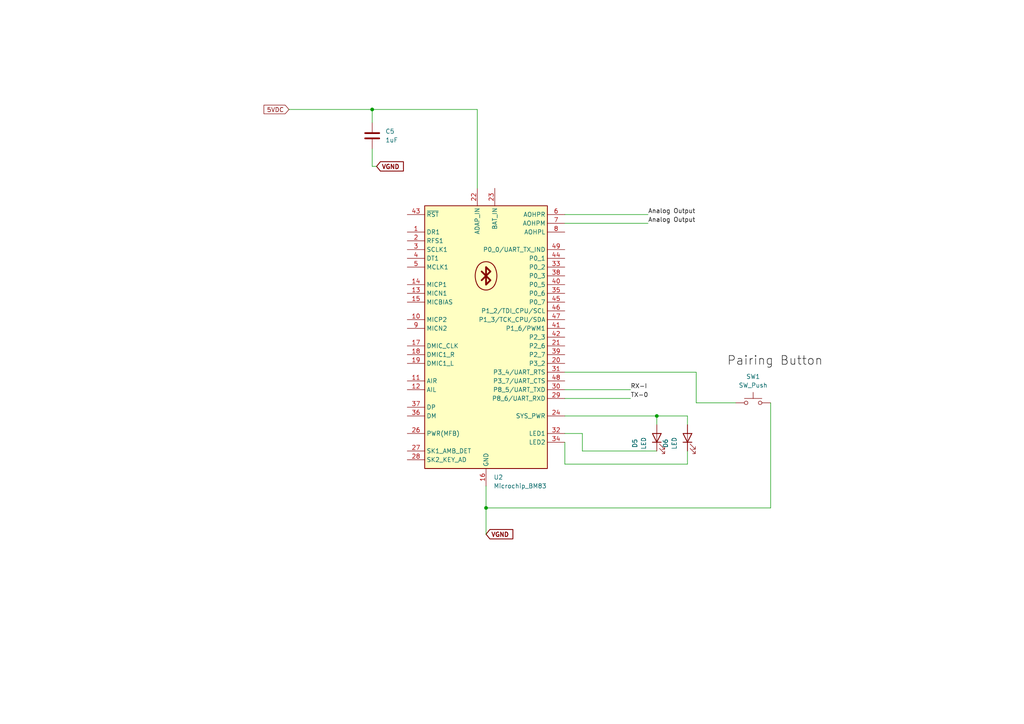
<source format=kicad_sch>
(kicad_sch
	(version 20231120)
	(generator "eeschema")
	(generator_version "8.0")
	(uuid "1b85f172-cd10-414f-8c23-42eec30bc996")
	(paper "A4")
	(title_block
		(title "Main Bluetooth Speaker")
		(date "2024-09-06")
		(rev "A")
		(company "Synergy Electronics")
	)
	(lib_symbols
		(symbol "Device:C"
			(pin_numbers hide)
			(pin_names
				(offset 0.254)
			)
			(exclude_from_sim no)
			(in_bom yes)
			(on_board yes)
			(property "Reference" "C"
				(at 0.635 2.54 0)
				(effects
					(font
						(size 1.27 1.27)
					)
					(justify left)
				)
			)
			(property "Value" "C"
				(at 0.635 -2.54 0)
				(effects
					(font
						(size 1.27 1.27)
					)
					(justify left)
				)
			)
			(property "Footprint" ""
				(at 0.9652 -3.81 0)
				(effects
					(font
						(size 1.27 1.27)
					)
					(hide yes)
				)
			)
			(property "Datasheet" "~"
				(at 0 0 0)
				(effects
					(font
						(size 1.27 1.27)
					)
					(hide yes)
				)
			)
			(property "Description" "Unpolarized capacitor"
				(at 0 0 0)
				(effects
					(font
						(size 1.27 1.27)
					)
					(hide yes)
				)
			)
			(property "ki_keywords" "cap capacitor"
				(at 0 0 0)
				(effects
					(font
						(size 1.27 1.27)
					)
					(hide yes)
				)
			)
			(property "ki_fp_filters" "C_*"
				(at 0 0 0)
				(effects
					(font
						(size 1.27 1.27)
					)
					(hide yes)
				)
			)
			(symbol "C_0_1"
				(polyline
					(pts
						(xy -2.032 -0.762) (xy 2.032 -0.762)
					)
					(stroke
						(width 0.508)
						(type default)
					)
					(fill
						(type none)
					)
				)
				(polyline
					(pts
						(xy -2.032 0.762) (xy 2.032 0.762)
					)
					(stroke
						(width 0.508)
						(type default)
					)
					(fill
						(type none)
					)
				)
			)
			(symbol "C_1_1"
				(pin passive line
					(at 0 3.81 270)
					(length 2.794)
					(name "~"
						(effects
							(font
								(size 1.27 1.27)
							)
						)
					)
					(number "1"
						(effects
							(font
								(size 1.27 1.27)
							)
						)
					)
				)
				(pin passive line
					(at 0 -3.81 90)
					(length 2.794)
					(name "~"
						(effects
							(font
								(size 1.27 1.27)
							)
						)
					)
					(number "2"
						(effects
							(font
								(size 1.27 1.27)
							)
						)
					)
				)
			)
		)
		(symbol "Device:LED"
			(pin_numbers hide)
			(pin_names
				(offset 1.016) hide)
			(exclude_from_sim no)
			(in_bom yes)
			(on_board yes)
			(property "Reference" "D"
				(at 0 2.54 0)
				(effects
					(font
						(size 1.27 1.27)
					)
				)
			)
			(property "Value" "LED"
				(at 0 -2.54 0)
				(effects
					(font
						(size 1.27 1.27)
					)
				)
			)
			(property "Footprint" ""
				(at 0 0 0)
				(effects
					(font
						(size 1.27 1.27)
					)
					(hide yes)
				)
			)
			(property "Datasheet" "~"
				(at 0 0 0)
				(effects
					(font
						(size 1.27 1.27)
					)
					(hide yes)
				)
			)
			(property "Description" "Light emitting diode"
				(at 0 0 0)
				(effects
					(font
						(size 1.27 1.27)
					)
					(hide yes)
				)
			)
			(property "ki_keywords" "LED diode"
				(at 0 0 0)
				(effects
					(font
						(size 1.27 1.27)
					)
					(hide yes)
				)
			)
			(property "ki_fp_filters" "LED* LED_SMD:* LED_THT:*"
				(at 0 0 0)
				(effects
					(font
						(size 1.27 1.27)
					)
					(hide yes)
				)
			)
			(symbol "LED_0_1"
				(polyline
					(pts
						(xy -1.27 -1.27) (xy -1.27 1.27)
					)
					(stroke
						(width 0.254)
						(type default)
					)
					(fill
						(type none)
					)
				)
				(polyline
					(pts
						(xy -1.27 0) (xy 1.27 0)
					)
					(stroke
						(width 0)
						(type default)
					)
					(fill
						(type none)
					)
				)
				(polyline
					(pts
						(xy 1.27 -1.27) (xy 1.27 1.27) (xy -1.27 0) (xy 1.27 -1.27)
					)
					(stroke
						(width 0.254)
						(type default)
					)
					(fill
						(type none)
					)
				)
				(polyline
					(pts
						(xy -3.048 -0.762) (xy -4.572 -2.286) (xy -3.81 -2.286) (xy -4.572 -2.286) (xy -4.572 -1.524)
					)
					(stroke
						(width 0)
						(type default)
					)
					(fill
						(type none)
					)
				)
				(polyline
					(pts
						(xy -1.778 -0.762) (xy -3.302 -2.286) (xy -2.54 -2.286) (xy -3.302 -2.286) (xy -3.302 -1.524)
					)
					(stroke
						(width 0)
						(type default)
					)
					(fill
						(type none)
					)
				)
			)
			(symbol "LED_1_1"
				(pin passive line
					(at -3.81 0 0)
					(length 2.54)
					(name "K"
						(effects
							(font
								(size 1.27 1.27)
							)
						)
					)
					(number "1"
						(effects
							(font
								(size 1.27 1.27)
							)
						)
					)
				)
				(pin passive line
					(at 3.81 0 180)
					(length 2.54)
					(name "A"
						(effects
							(font
								(size 1.27 1.27)
							)
						)
					)
					(number "2"
						(effects
							(font
								(size 1.27 1.27)
							)
						)
					)
				)
			)
		)
		(symbol "RF_Bluetooth:Microchip_BM83"
			(exclude_from_sim no)
			(in_bom yes)
			(on_board yes)
			(property "Reference" "U"
				(at -17.78 39.37 0)
				(effects
					(font
						(size 1.27 1.27)
					)
					(justify left)
				)
			)
			(property "Value" "Microchip_BM83"
				(at 5.08 -39.37 0)
				(effects
					(font
						(size 1.27 1.27)
					)
					(justify left)
				)
			)
			(property "Footprint" "RF_Module:Microchip_BM83"
				(at 0 12.7 0)
				(effects
					(font
						(size 1.27 1.27)
					)
					(hide yes)
				)
			)
			(property "Datasheet" "https://ww1.microchip.com/downloads/aemDocuments/documents/WSG/ProductDocuments/DataSheets/70005402E.pdf"
				(at 0 -54.61 0)
				(effects
					(font
						(size 1.27 1.27)
					)
					(hide yes)
				)
			)
			(property "Description" "Microchip BM23 Bluetooth 5.0 Audio Stereo Module, dual-mode, Audio Profiles, 32x15mm"
				(at 0 0 0)
				(effects
					(font
						(size 1.27 1.27)
					)
					(hide yes)
				)
			)
			(property "ki_keywords" "HFP HSP A2DP SPP AVRCP PBAP"
				(at 0 0 0)
				(effects
					(font
						(size 1.27 1.27)
					)
					(hide yes)
				)
			)
			(property "ki_fp_filters" "Microchip?BM83*"
				(at 0 0 0)
				(effects
					(font
						(size 1.27 1.27)
					)
					(hide yes)
				)
			)
			(symbol "Microchip_BM83_0_1"
				(rectangle
					(start -17.78 38.1)
					(end 17.78 -38.1)
					(stroke
						(width 0.254)
						(type default)
					)
					(fill
						(type background)
					)
				)
				(arc
					(start -2.5399 15.24)
					(mid 0.0001 13.6702)
					(end 2.5401 15.24)
					(stroke
						(width 0.254)
						(type default)
					)
					(fill
						(type background)
					)
				)
				(arc
					(start -2.5399 20.32)
					(mid -3.1395 17.78)
					(end -2.5399 15.24)
					(stroke
						(width 0.254)
						(type default)
					)
					(fill
						(type background)
					)
				)
				(polyline
					(pts
						(xy 0.0001 17.78) (xy -1.2699 16.51)
					)
					(stroke
						(width 0.508)
						(type default)
					)
					(fill
						(type none)
					)
				)
				(polyline
					(pts
						(xy 0.0001 17.78) (xy -1.2699 19.05)
					)
					(stroke
						(width 0.508)
						(type default)
					)
					(fill
						(type none)
					)
				)
				(polyline
					(pts
						(xy 0.0001 20.32) (xy 1.2701 19.05) (xy 0.0001 17.78) (xy 1.2701 16.51) (xy 0.0001 15.24) (xy 0.0001 20.32)
					)
					(stroke
						(width 0.508)
						(type default)
					)
					(fill
						(type none)
					)
				)
				(arc
					(start 2.5401 15.24)
					(mid 3.1397 17.78)
					(end 2.5401 20.32)
					(stroke
						(width 0.254)
						(type default)
					)
					(fill
						(type background)
					)
				)
				(arc
					(start 2.5401 20.32)
					(mid 0.0001 21.8898)
					(end -2.5399 20.32)
					(stroke
						(width 0.254)
						(type default)
					)
					(fill
						(type background)
					)
				)
			)
			(symbol "Microchip_BM83_1_1"
				(pin input line
					(at -22.86 30.48 0)
					(length 5.08)
					(name "DR1"
						(effects
							(font
								(size 1.27 1.27)
							)
						)
					)
					(number "1"
						(effects
							(font
								(size 1.27 1.27)
							)
						)
					)
				)
				(pin input line
					(at -22.86 5.08 0)
					(length 5.08)
					(name "MICP2"
						(effects
							(font
								(size 1.27 1.27)
							)
						)
					)
					(number "10"
						(effects
							(font
								(size 1.27 1.27)
							)
						)
					)
				)
				(pin input line
					(at -22.86 -12.7 0)
					(length 5.08)
					(name "AIR"
						(effects
							(font
								(size 1.27 1.27)
							)
						)
					)
					(number "11"
						(effects
							(font
								(size 1.27 1.27)
							)
						)
					)
				)
				(pin input line
					(at -22.86 -15.24 0)
					(length 5.08)
					(name "AIL"
						(effects
							(font
								(size 1.27 1.27)
							)
						)
					)
					(number "12"
						(effects
							(font
								(size 1.27 1.27)
							)
						)
					)
				)
				(pin input line
					(at -22.86 12.7 0)
					(length 5.08)
					(name "MICN1"
						(effects
							(font
								(size 1.27 1.27)
							)
						)
					)
					(number "13"
						(effects
							(font
								(size 1.27 1.27)
							)
						)
					)
				)
				(pin input line
					(at -22.86 15.24 0)
					(length 5.08)
					(name "MICP1"
						(effects
							(font
								(size 1.27 1.27)
							)
						)
					)
					(number "14"
						(effects
							(font
								(size 1.27 1.27)
							)
						)
					)
				)
				(pin passive line
					(at -22.86 10.16 0)
					(length 5.08)
					(name "MICBIAS"
						(effects
							(font
								(size 1.27 1.27)
							)
						)
					)
					(number "15"
						(effects
							(font
								(size 1.27 1.27)
							)
						)
					)
				)
				(pin power_in line
					(at 0 -43.18 90)
					(length 5.08)
					(name "GND"
						(effects
							(font
								(size 1.27 1.27)
							)
						)
					)
					(number "16"
						(effects
							(font
								(size 1.27 1.27)
							)
						)
					)
				)
				(pin output line
					(at -22.86 -2.54 0)
					(length 5.08)
					(name "DMIC_CLK"
						(effects
							(font
								(size 1.27 1.27)
							)
						)
					)
					(number "17"
						(effects
							(font
								(size 1.27 1.27)
							)
						)
					)
				)
				(pin output line
					(at -22.86 -5.08 0)
					(length 5.08)
					(name "DMIC1_R"
						(effects
							(font
								(size 1.27 1.27)
							)
						)
					)
					(number "18"
						(effects
							(font
								(size 1.27 1.27)
							)
						)
					)
				)
				(pin output line
					(at -22.86 -7.62 0)
					(length 5.08)
					(name "DMIC1_L"
						(effects
							(font
								(size 1.27 1.27)
							)
						)
					)
					(number "19"
						(effects
							(font
								(size 1.27 1.27)
							)
						)
					)
				)
				(pin bidirectional line
					(at -22.86 27.94 0)
					(length 5.08)
					(name "RFS1"
						(effects
							(font
								(size 1.27 1.27)
							)
						)
					)
					(number "2"
						(effects
							(font
								(size 1.27 1.27)
							)
						)
					)
				)
				(pin bidirectional line
					(at 22.86 -7.62 180)
					(length 5.08)
					(name "P3_2"
						(effects
							(font
								(size 1.27 1.27)
							)
						)
					)
					(number "20"
						(effects
							(font
								(size 1.27 1.27)
							)
						)
					)
				)
				(pin bidirectional line
					(at 22.86 -2.54 180)
					(length 5.08)
					(name "P2_6"
						(effects
							(font
								(size 1.27 1.27)
							)
						)
					)
					(number "21"
						(effects
							(font
								(size 1.27 1.27)
							)
						)
					)
				)
				(pin power_in line
					(at -2.54 43.18 270)
					(length 5.08)
					(name "ADAP_IN"
						(effects
							(font
								(size 1.27 1.27)
							)
						)
					)
					(number "22"
						(effects
							(font
								(size 1.27 1.27)
							)
						)
					)
				)
				(pin power_in line
					(at 2.54 43.18 270)
					(length 5.08)
					(name "BAT_IN"
						(effects
							(font
								(size 1.27 1.27)
							)
						)
					)
					(number "23"
						(effects
							(font
								(size 1.27 1.27)
							)
						)
					)
				)
				(pin power_out line
					(at 22.86 -22.86 180)
					(length 5.08)
					(name "SYS_PWR"
						(effects
							(font
								(size 1.27 1.27)
							)
						)
					)
					(number "24"
						(effects
							(font
								(size 1.27 1.27)
							)
						)
					)
				)
				(pin no_connect line
					(at 17.78 -33.02 180)
					(length 5.08) hide
					(name "VDD_IO"
						(effects
							(font
								(size 1.27 1.27)
							)
						)
					)
					(number "25"
						(effects
							(font
								(size 1.27 1.27)
							)
						)
					)
				)
				(pin input line
					(at -22.86 -27.94 0)
					(length 5.08)
					(name "PWR(MFB)"
						(effects
							(font
								(size 1.27 1.27)
							)
						)
					)
					(number "26"
						(effects
							(font
								(size 1.27 1.27)
							)
						)
					)
				)
				(pin input line
					(at -22.86 -33.02 0)
					(length 5.08)
					(name "SK1_AMB_DET"
						(effects
							(font
								(size 1.27 1.27)
							)
						)
					)
					(number "27"
						(effects
							(font
								(size 1.27 1.27)
							)
						)
					)
				)
				(pin input line
					(at -22.86 -35.56 0)
					(length 5.08)
					(name "SK2_KEY_AD"
						(effects
							(font
								(size 1.27 1.27)
							)
						)
					)
					(number "28"
						(effects
							(font
								(size 1.27 1.27)
							)
						)
					)
				)
				(pin bidirectional line
					(at 22.86 -17.78 180)
					(length 5.08)
					(name "P8_6/UART_RXD"
						(effects
							(font
								(size 1.27 1.27)
							)
						)
					)
					(number "29"
						(effects
							(font
								(size 1.27 1.27)
							)
						)
					)
				)
				(pin bidirectional line
					(at -22.86 25.4 0)
					(length 5.08)
					(name "SCLK1"
						(effects
							(font
								(size 1.27 1.27)
							)
						)
					)
					(number "3"
						(effects
							(font
								(size 1.27 1.27)
							)
						)
					)
				)
				(pin bidirectional line
					(at 22.86 -15.24 180)
					(length 5.08)
					(name "P8_5/UART_TXD"
						(effects
							(font
								(size 1.27 1.27)
							)
						)
					)
					(number "30"
						(effects
							(font
								(size 1.27 1.27)
							)
						)
					)
				)
				(pin bidirectional line
					(at 22.86 -10.16 180)
					(length 5.08)
					(name "P3_4/UART_RTS"
						(effects
							(font
								(size 1.27 1.27)
							)
						)
					)
					(number "31"
						(effects
							(font
								(size 1.27 1.27)
							)
						)
					)
				)
				(pin input line
					(at 22.86 -27.94 180)
					(length 5.08)
					(name "LED1"
						(effects
							(font
								(size 1.27 1.27)
							)
						)
					)
					(number "32"
						(effects
							(font
								(size 1.27 1.27)
							)
						)
					)
				)
				(pin bidirectional line
					(at 22.86 20.32 180)
					(length 5.08)
					(name "P0_2"
						(effects
							(font
								(size 1.27 1.27)
							)
						)
					)
					(number "33"
						(effects
							(font
								(size 1.27 1.27)
							)
						)
					)
				)
				(pin input line
					(at 22.86 -30.48 180)
					(length 5.08)
					(name "LED2"
						(effects
							(font
								(size 1.27 1.27)
							)
						)
					)
					(number "34"
						(effects
							(font
								(size 1.27 1.27)
							)
						)
					)
				)
				(pin bidirectional line
					(at 22.86 12.7 180)
					(length 5.08)
					(name "P0_6"
						(effects
							(font
								(size 1.27 1.27)
							)
						)
					)
					(number "35"
						(effects
							(font
								(size 1.27 1.27)
							)
						)
					)
				)
				(pin bidirectional line
					(at -22.86 -22.86 0)
					(length 5.08)
					(name "DM"
						(effects
							(font
								(size 1.27 1.27)
							)
						)
					)
					(number "36"
						(effects
							(font
								(size 1.27 1.27)
							)
						)
					)
				)
				(pin bidirectional line
					(at -22.86 -20.32 0)
					(length 5.08)
					(name "DP"
						(effects
							(font
								(size 1.27 1.27)
							)
						)
					)
					(number "37"
						(effects
							(font
								(size 1.27 1.27)
							)
						)
					)
				)
				(pin bidirectional line
					(at 22.86 17.78 180)
					(length 5.08)
					(name "P0_3"
						(effects
							(font
								(size 1.27 1.27)
							)
						)
					)
					(number "38"
						(effects
							(font
								(size 1.27 1.27)
							)
						)
					)
				)
				(pin bidirectional line
					(at 22.86 -5.08 180)
					(length 5.08)
					(name "P2_7"
						(effects
							(font
								(size 1.27 1.27)
							)
						)
					)
					(number "39"
						(effects
							(font
								(size 1.27 1.27)
							)
						)
					)
				)
				(pin output line
					(at -22.86 22.86 0)
					(length 5.08)
					(name "DT1"
						(effects
							(font
								(size 1.27 1.27)
							)
						)
					)
					(number "4"
						(effects
							(font
								(size 1.27 1.27)
							)
						)
					)
				)
				(pin bidirectional line
					(at 22.86 15.24 180)
					(length 5.08)
					(name "P0_5"
						(effects
							(font
								(size 1.27 1.27)
							)
						)
					)
					(number "40"
						(effects
							(font
								(size 1.27 1.27)
							)
						)
					)
				)
				(pin bidirectional line
					(at 22.86 2.54 180)
					(length 5.08)
					(name "P1_6/PWM1"
						(effects
							(font
								(size 1.27 1.27)
							)
						)
					)
					(number "41"
						(effects
							(font
								(size 1.27 1.27)
							)
						)
					)
				)
				(pin bidirectional line
					(at 22.86 0 180)
					(length 5.08)
					(name "P2_3"
						(effects
							(font
								(size 1.27 1.27)
							)
						)
					)
					(number "42"
						(effects
							(font
								(size 1.27 1.27)
							)
						)
					)
				)
				(pin input line
					(at -22.86 35.56 0)
					(length 5.08)
					(name "~{RST}"
						(effects
							(font
								(size 1.27 1.27)
							)
						)
					)
					(number "43"
						(effects
							(font
								(size 1.27 1.27)
							)
						)
					)
				)
				(pin bidirectional line
					(at 22.86 22.86 180)
					(length 5.08)
					(name "P0_1"
						(effects
							(font
								(size 1.27 1.27)
							)
						)
					)
					(number "44"
						(effects
							(font
								(size 1.27 1.27)
							)
						)
					)
				)
				(pin bidirectional line
					(at 22.86 10.16 180)
					(length 5.08)
					(name "P0_7"
						(effects
							(font
								(size 1.27 1.27)
							)
						)
					)
					(number "45"
						(effects
							(font
								(size 1.27 1.27)
							)
						)
					)
				)
				(pin bidirectional line
					(at 22.86 7.62 180)
					(length 5.08)
					(name "P1_2/TDI_CPU/SCL"
						(effects
							(font
								(size 1.27 1.27)
							)
						)
					)
					(number "46"
						(effects
							(font
								(size 1.27 1.27)
							)
						)
					)
				)
				(pin bidirectional line
					(at 22.86 5.08 180)
					(length 5.08)
					(name "P1_3/TCK_CPU/SDA"
						(effects
							(font
								(size 1.27 1.27)
							)
						)
					)
					(number "47"
						(effects
							(font
								(size 1.27 1.27)
							)
						)
					)
				)
				(pin bidirectional line
					(at 22.86 -12.7 180)
					(length 5.08)
					(name "P3_7/UART_CTS"
						(effects
							(font
								(size 1.27 1.27)
							)
						)
					)
					(number "48"
						(effects
							(font
								(size 1.27 1.27)
							)
						)
					)
				)
				(pin bidirectional line
					(at 22.86 25.4 180)
					(length 5.08)
					(name "P0_0/UART_TX_IND"
						(effects
							(font
								(size 1.27 1.27)
							)
						)
					)
					(number "49"
						(effects
							(font
								(size 1.27 1.27)
							)
						)
					)
				)
				(pin output line
					(at -22.86 20.32 0)
					(length 5.08)
					(name "MCLK1"
						(effects
							(font
								(size 1.27 1.27)
							)
						)
					)
					(number "5"
						(effects
							(font
								(size 1.27 1.27)
							)
						)
					)
				)
				(pin passive line
					(at 0 -43.18 90)
					(length 5.08) hide
					(name "GND"
						(effects
							(font
								(size 1.27 1.27)
							)
						)
					)
					(number "50"
						(effects
							(font
								(size 1.27 1.27)
							)
						)
					)
				)
				(pin passive line
					(at 0 -43.18 90)
					(length 5.08) hide
					(name "GND"
						(effects
							(font
								(size 1.27 1.27)
							)
						)
					)
					(number "56"
						(effects
							(font
								(size 1.27 1.27)
							)
						)
					)
				)
				(pin passive line
					(at 0 -43.18 90)
					(length 5.08) hide
					(name "GND"
						(effects
							(font
								(size 1.27 1.27)
							)
						)
					)
					(number "57"
						(effects
							(font
								(size 1.27 1.27)
							)
						)
					)
				)
				(pin output line
					(at 22.86 35.56 180)
					(length 5.08)
					(name "AOHPR"
						(effects
							(font
								(size 1.27 1.27)
							)
						)
					)
					(number "6"
						(effects
							(font
								(size 1.27 1.27)
							)
						)
					)
				)
				(pin output line
					(at 22.86 33.02 180)
					(length 5.08)
					(name "AOHPM"
						(effects
							(font
								(size 1.27 1.27)
							)
						)
					)
					(number "7"
						(effects
							(font
								(size 1.27 1.27)
							)
						)
					)
				)
				(pin output line
					(at 22.86 30.48 180)
					(length 5.08)
					(name "AOHPL"
						(effects
							(font
								(size 1.27 1.27)
							)
						)
					)
					(number "8"
						(effects
							(font
								(size 1.27 1.27)
							)
						)
					)
				)
				(pin input line
					(at -22.86 2.54 0)
					(length 5.08)
					(name "MICN2"
						(effects
							(font
								(size 1.27 1.27)
							)
						)
					)
					(number "9"
						(effects
							(font
								(size 1.27 1.27)
							)
						)
					)
				)
			)
		)
		(symbol "Switch:SW_Push"
			(pin_numbers hide)
			(pin_names
				(offset 1.016) hide)
			(exclude_from_sim no)
			(in_bom yes)
			(on_board yes)
			(property "Reference" "SW"
				(at 1.27 2.54 0)
				(effects
					(font
						(size 1.27 1.27)
					)
					(justify left)
				)
			)
			(property "Value" "SW_Push"
				(at 0 -1.524 0)
				(effects
					(font
						(size 1.27 1.27)
					)
				)
			)
			(property "Footprint" ""
				(at 0 5.08 0)
				(effects
					(font
						(size 1.27 1.27)
					)
					(hide yes)
				)
			)
			(property "Datasheet" "~"
				(at 0 5.08 0)
				(effects
					(font
						(size 1.27 1.27)
					)
					(hide yes)
				)
			)
			(property "Description" "Push button switch, generic, two pins"
				(at 0 0 0)
				(effects
					(font
						(size 1.27 1.27)
					)
					(hide yes)
				)
			)
			(property "ki_keywords" "switch normally-open pushbutton push-button"
				(at 0 0 0)
				(effects
					(font
						(size 1.27 1.27)
					)
					(hide yes)
				)
			)
			(symbol "SW_Push_0_1"
				(circle
					(center -2.032 0)
					(radius 0.508)
					(stroke
						(width 0)
						(type default)
					)
					(fill
						(type none)
					)
				)
				(polyline
					(pts
						(xy 0 1.27) (xy 0 3.048)
					)
					(stroke
						(width 0)
						(type default)
					)
					(fill
						(type none)
					)
				)
				(polyline
					(pts
						(xy 2.54 1.27) (xy -2.54 1.27)
					)
					(stroke
						(width 0)
						(type default)
					)
					(fill
						(type none)
					)
				)
				(circle
					(center 2.032 0)
					(radius 0.508)
					(stroke
						(width 0)
						(type default)
					)
					(fill
						(type none)
					)
				)
				(pin passive line
					(at -5.08 0 0)
					(length 2.54)
					(name "1"
						(effects
							(font
								(size 1.27 1.27)
							)
						)
					)
					(number "1"
						(effects
							(font
								(size 1.27 1.27)
							)
						)
					)
				)
				(pin passive line
					(at 5.08 0 180)
					(length 2.54)
					(name "2"
						(effects
							(font
								(size 1.27 1.27)
							)
						)
					)
					(number "2"
						(effects
							(font
								(size 1.27 1.27)
							)
						)
					)
				)
			)
		)
	)
	(junction
		(at 107.95 31.75)
		(diameter 0)
		(color 0 0 0 0)
		(uuid "b09b016e-05c1-4d2a-829f-5dc31b9d27c6")
	)
	(junction
		(at 190.5 120.65)
		(diameter 0)
		(color 0 0 0 0)
		(uuid "da10908f-592a-4004-ab3a-469ae9fdad00")
	)
	(junction
		(at 140.97 147.32)
		(diameter 0)
		(color 0 0 0 0)
		(uuid "f0b94e48-8075-4f2f-8b50-008b3a054a27")
	)
	(wire
		(pts
			(xy 163.83 113.03) (xy 182.88 113.03)
		)
		(stroke
			(width 0)
			(type default)
		)
		(uuid "048d9932-76a3-48d3-9945-8c4436c334db")
	)
	(wire
		(pts
			(xy 107.95 31.75) (xy 138.43 31.75)
		)
		(stroke
			(width 0)
			(type default)
		)
		(uuid "17b132d8-f298-4f95-9952-952c6bca08a7")
	)
	(wire
		(pts
			(xy 213.36 116.84) (xy 201.93 116.84)
		)
		(stroke
			(width 0)
			(type default)
		)
		(uuid "1ed6c37a-03d9-4ee2-8b5d-4b442efc6cb1")
	)
	(wire
		(pts
			(xy 163.83 134.62) (xy 199.39 134.62)
		)
		(stroke
			(width 0)
			(type default)
		)
		(uuid "29215816-4bb1-4b30-a8a8-ff16c634d94e")
	)
	(wire
		(pts
			(xy 199.39 123.19) (xy 199.39 120.65)
		)
		(stroke
			(width 0)
			(type default)
		)
		(uuid "37d1579d-8a6b-432c-bca2-5facd98981b5")
	)
	(wire
		(pts
			(xy 168.91 125.73) (xy 163.83 125.73)
		)
		(stroke
			(width 0)
			(type default)
		)
		(uuid "446f00cc-d170-440a-af2d-0b0ef848c5cf")
	)
	(wire
		(pts
			(xy 138.43 31.75) (xy 138.43 54.61)
		)
		(stroke
			(width 0)
			(type default)
		)
		(uuid "476dd53f-6fe7-4636-ae0c-459c750d93ca")
	)
	(wire
		(pts
			(xy 163.83 64.77) (xy 187.96 64.77)
		)
		(stroke
			(width 0)
			(type default)
		)
		(uuid "47fac9b0-d2f9-4b8d-ac54-9e776cc655f1")
	)
	(wire
		(pts
			(xy 223.52 147.32) (xy 140.97 147.32)
		)
		(stroke
			(width 0)
			(type default)
		)
		(uuid "4ce24a45-0c00-4ac3-bf36-8859d2db9fc6")
	)
	(wire
		(pts
			(xy 199.39 120.65) (xy 190.5 120.65)
		)
		(stroke
			(width 0)
			(type default)
		)
		(uuid "693a158d-22ff-43c8-8cfa-fa471f9c75ce")
	)
	(wire
		(pts
			(xy 168.91 130.81) (xy 168.91 125.73)
		)
		(stroke
			(width 0)
			(type default)
		)
		(uuid "6a6835ff-f766-43ae-bb80-f398813014b5")
	)
	(wire
		(pts
			(xy 163.83 134.62) (xy 163.83 128.27)
		)
		(stroke
			(width 0)
			(type default)
		)
		(uuid "6d7b4dde-d5d5-4fa5-93f8-322610c3115d")
	)
	(wire
		(pts
			(xy 190.5 120.65) (xy 190.5 123.19)
		)
		(stroke
			(width 0)
			(type default)
		)
		(uuid "76ba8bf2-b3e4-4a00-bccd-def64c714890")
	)
	(wire
		(pts
			(xy 201.93 116.84) (xy 201.93 107.95)
		)
		(stroke
			(width 0)
			(type default)
		)
		(uuid "8cec8a8e-b72e-411d-a507-8ad8ec5a8ad8")
	)
	(wire
		(pts
			(xy 140.97 140.97) (xy 140.97 147.32)
		)
		(stroke
			(width 0)
			(type default)
		)
		(uuid "901dbbde-bff9-43bd-9aa5-36dc16e78ffd")
	)
	(wire
		(pts
			(xy 107.95 43.18) (xy 107.95 48.26)
		)
		(stroke
			(width 0)
			(type default)
		)
		(uuid "9a13cc94-b0ce-4401-93ac-ecb3ef555235")
	)
	(wire
		(pts
			(xy 107.95 35.56) (xy 107.95 31.75)
		)
		(stroke
			(width 0)
			(type default)
		)
		(uuid "9f9713cb-27bf-4d93-a96c-2040c3940e3b")
	)
	(wire
		(pts
			(xy 223.52 116.84) (xy 223.52 147.32)
		)
		(stroke
			(width 0)
			(type default)
		)
		(uuid "a75721a3-fd39-46cb-bddc-f0519fb10502")
	)
	(wire
		(pts
			(xy 163.83 107.95) (xy 201.93 107.95)
		)
		(stroke
			(width 0)
			(type default)
		)
		(uuid "a9023442-53fd-4187-9e38-609769c5cfe9")
	)
	(wire
		(pts
			(xy 163.83 62.23) (xy 187.96 62.23)
		)
		(stroke
			(width 0)
			(type default)
		)
		(uuid "ae3ba8f3-0be8-4b9c-96e5-739ff6cd803d")
	)
	(wire
		(pts
			(xy 163.83 115.57) (xy 182.88 115.57)
		)
		(stroke
			(width 0)
			(type default)
		)
		(uuid "c375a5e4-5ba6-48c8-9efe-121a44f9ab63")
	)
	(wire
		(pts
			(xy 140.97 147.32) (xy 140.97 154.94)
		)
		(stroke
			(width 0)
			(type default)
		)
		(uuid "c61eb602-b5e2-47c0-850a-6bf493e1a90b")
	)
	(wire
		(pts
			(xy 83.82 31.75) (xy 107.95 31.75)
		)
		(stroke
			(width 0)
			(type default)
		)
		(uuid "d3ed811d-fec8-463c-8c27-a1b6aaa4b4ed")
	)
	(wire
		(pts
			(xy 163.83 120.65) (xy 190.5 120.65)
		)
		(stroke
			(width 0)
			(type default)
		)
		(uuid "de2cfef4-42be-484b-aff0-c82260f2aabe")
	)
	(wire
		(pts
			(xy 199.39 134.62) (xy 199.39 130.81)
		)
		(stroke
			(width 0)
			(type default)
		)
		(uuid "dffe9eaa-aea0-47fd-aaa9-c3452b41ae2d")
	)
	(wire
		(pts
			(xy 107.95 48.26) (xy 109.22 48.26)
		)
		(stroke
			(width 0)
			(type default)
		)
		(uuid "e4b666fd-d7b0-4478-af2f-a618e8d402b4")
	)
	(wire
		(pts
			(xy 190.5 130.81) (xy 168.91 130.81)
		)
		(stroke
			(width 0)
			(type default)
		)
		(uuid "e9124b0d-d282-4129-8fb4-1a399ecd1b90")
	)
	(label "Analog Output"
		(at 187.96 64.77 0)
		(fields_autoplaced yes)
		(effects
			(font
				(size 1.27 1.27)
			)
			(justify left bottom)
		)
		(uuid "156b63b3-e2a4-4e90-b0ed-14da49b2088a")
	)
	(label "Analog Output"
		(at 187.96 62.23 0)
		(fields_autoplaced yes)
		(effects
			(font
				(size 1.27 1.27)
			)
			(justify left bottom)
		)
		(uuid "59c87b85-8568-4909-bb52-b8d668da59a5")
	)
	(label "RX-I"
		(at 182.88 113.03 0)
		(fields_autoplaced yes)
		(effects
			(font
				(size 1.27 1.27)
			)
			(justify left bottom)
		)
		(uuid "95ed97ad-4445-4cec-bc22-d8f1fc1b461c")
	)
	(label "TX-0"
		(at 182.88 115.57 0)
		(fields_autoplaced yes)
		(effects
			(font
				(size 1.27 1.27)
			)
			(justify left bottom)
		)
		(uuid "b2f04c82-7e2b-4177-8f19-3bdc1cf78ac7")
	)
	(label "Pairing Button"
		(at 210.82 106.68 0)
		(fields_autoplaced yes)
		(effects
			(font
				(size 2.54 2.54)
			)
			(justify left bottom)
		)
		(uuid "c458eef0-e700-441d-93f9-ab253047555e")
	)
	(global_label "VGND"
		(shape input)
		(at 140.97 154.94 0)
		(fields_autoplaced yes)
		(effects
			(font
				(size 1.27 1.27)
				(thickness 0.254)
				(bold yes)
			)
			(justify left)
		)
		(uuid "9eb01e8d-e395-4a90-a0e5-7c978a242f64")
		(property "Intersheetrefs" "${INTERSHEET_REFS}"
			(at 149.3903 154.94 0)
			(effects
				(font
					(size 1.27 1.27)
				)
				(justify left)
				(hide yes)
			)
		)
	)
	(global_label "5VDC"
		(shape input)
		(at 83.82 31.75 180)
		(fields_autoplaced yes)
		(effects
			(font
				(size 1.27 1.27)
			)
			(justify right)
		)
		(uuid "e6232690-f190-46d3-be7b-95ae5623c43b")
		(property "Intersheetrefs" "${INTERSHEET_REFS}"
			(at 75.9967 31.75 0)
			(effects
				(font
					(size 1.27 1.27)
				)
				(justify right)
				(hide yes)
			)
		)
	)
	(global_label "VGND"
		(shape input)
		(at 109.22 48.26 0)
		(fields_autoplaced yes)
		(effects
			(font
				(size 1.27 1.27)
				(thickness 0.254)
				(bold yes)
			)
			(justify left)
		)
		(uuid "eba5f105-764f-4648-bc2b-4917a9a6218c")
		(property "Intersheetrefs" "${INTERSHEET_REFS}"
			(at 117.6403 48.26 0)
			(effects
				(font
					(size 1.27 1.27)
				)
				(justify left)
				(hide yes)
			)
		)
	)
	(symbol
		(lib_id "Switch:SW_Push")
		(at 218.44 116.84 0)
		(unit 1)
		(exclude_from_sim no)
		(in_bom yes)
		(on_board yes)
		(dnp no)
		(fields_autoplaced yes)
		(uuid "29c72f68-13dd-431f-a09e-6a0d75d51d4e")
		(property "Reference" "SW1"
			(at 218.44 109.22 0)
			(effects
				(font
					(size 1.27 1.27)
				)
			)
		)
		(property "Value" "SW_Push"
			(at 218.44 111.76 0)
			(effects
				(font
					(size 1.27 1.27)
				)
			)
		)
		(property "Footprint" ""
			(at 218.44 111.76 0)
			(effects
				(font
					(size 1.27 1.27)
				)
				(hide yes)
			)
		)
		(property "Datasheet" "~"
			(at 218.44 111.76 0)
			(effects
				(font
					(size 1.27 1.27)
				)
				(hide yes)
			)
		)
		(property "Description" "Push button switch, generic, two pins"
			(at 218.44 116.84 0)
			(effects
				(font
					(size 1.27 1.27)
				)
				(hide yes)
			)
		)
		(pin "2"
			(uuid "f30f679f-9eda-4aad-917b-56ebd2bc701c")
		)
		(pin "1"
			(uuid "4c60a316-1727-423b-90f6-b8efa64a3edd")
		)
		(instances
			(project ""
				(path "/6d945755-609b-486d-b2f3-c6d7455285fb/203d60a9-b980-4295-b5af-001dd5f0fc31"
					(reference "SW1")
					(unit 1)
				)
			)
		)
	)
	(symbol
		(lib_id "RF_Bluetooth:Microchip_BM83")
		(at 140.97 97.79 0)
		(unit 1)
		(exclude_from_sim no)
		(in_bom yes)
		(on_board yes)
		(dnp no)
		(fields_autoplaced yes)
		(uuid "5768996a-f268-4d60-b361-2cf024db94c1")
		(property "Reference" "U2"
			(at 143.1641 138.43 0)
			(effects
				(font
					(size 1.27 1.27)
				)
				(justify left)
			)
		)
		(property "Value" "Microchip_BM83"
			(at 143.1641 140.97 0)
			(effects
				(font
					(size 1.27 1.27)
				)
				(justify left)
			)
		)
		(property "Footprint" "RF_Module:Microchip_BM83"
			(at 140.97 85.09 0)
			(effects
				(font
					(size 1.27 1.27)
				)
				(hide yes)
			)
		)
		(property "Datasheet" "https://ww1.microchip.com/downloads/aemDocuments/documents/WSG/ProductDocuments/DataSheets/70005402E.pdf"
			(at 140.97 152.4 0)
			(effects
				(font
					(size 1.27 1.27)
				)
				(hide yes)
			)
		)
		(property "Description" "Microchip BM23 Bluetooth 5.0 Audio Stereo Module, dual-mode, Audio Profiles, 32x15mm"
			(at 140.97 97.79 0)
			(effects
				(font
					(size 1.27 1.27)
				)
				(hide yes)
			)
		)
		(pin "32"
			(uuid "101bb5c3-576e-4606-af8c-ffc2ce32b2ac")
		)
		(pin "7"
			(uuid "00d00b3c-0a23-4296-a9b8-fa7fa1d4cb00")
		)
		(pin "17"
			(uuid "181705af-6e85-47ea-b6e6-5de2ad75875d")
		)
		(pin "1"
			(uuid "58e3c947-3deb-4d42-97c6-911bf870995f")
		)
		(pin "39"
			(uuid "1f887c41-1b53-4f6f-a939-f4da059afffb")
		)
		(pin "19"
			(uuid "8938ad6b-5d5f-4755-82f0-378e5d6fb095")
		)
		(pin "27"
			(uuid "3a3a96cb-dd5c-4c38-9515-1317496e531a")
		)
		(pin "29"
			(uuid "09564b1b-cc12-4c23-aed6-db7b210c71b5")
		)
		(pin "3"
			(uuid "9789d357-6f1b-40ee-be7b-79f58236c397")
		)
		(pin "37"
			(uuid "326086de-f474-40f3-b9cd-d5e4809d00d2")
		)
		(pin "43"
			(uuid "8f4e6223-5c1e-461c-a286-0097ffdc5cd5")
		)
		(pin "24"
			(uuid "38ee9ce2-d772-4fbf-9729-0f4436cdb662")
		)
		(pin "33"
			(uuid "e31f671e-c4a3-443c-a120-bee6d1feca8d")
		)
		(pin "36"
			(uuid "99749b74-7d45-4345-acd3-542bcfee2c82")
		)
		(pin "40"
			(uuid "ba0e04c3-7ae7-49c4-884e-eaa9fa2d15d0")
		)
		(pin "47"
			(uuid "594ab921-b9f2-4981-9b05-9cdf2852b704")
		)
		(pin "2"
			(uuid "e5b5440e-bf78-4cfd-8443-8217a0823084")
		)
		(pin "26"
			(uuid "98d389d3-f9d5-4b6f-966b-97c824e05527")
		)
		(pin "35"
			(uuid "a9991822-d6eb-47e6-8d34-615a404cc127")
		)
		(pin "6"
			(uuid "b855b248-222f-48a8-a74b-996815cde9c6")
		)
		(pin "22"
			(uuid "9aaf265c-6262-4ba6-bcb0-5ba013ac524e")
		)
		(pin "23"
			(uuid "5d4b2888-7cac-4973-b681-73ff7286fb86")
		)
		(pin "25"
			(uuid "bd847891-3036-48b0-bcf2-d32ca7221af1")
		)
		(pin "44"
			(uuid "c0a43807-21a4-4a0e-9acf-924302624c17")
		)
		(pin "12"
			(uuid "585b0fc2-91a9-46ab-831d-b502bc1eafa1")
		)
		(pin "10"
			(uuid "c344f8d0-4225-4661-93bb-6c7f19ce6bf7")
		)
		(pin "21"
			(uuid "79a950ca-54fc-48de-86aa-38684b819289")
		)
		(pin "30"
			(uuid "476d1404-f374-4e9a-bcdc-662421b5c967")
		)
		(pin "9"
			(uuid "f358d3b4-3c6e-4030-97b7-4f75f53faf53")
		)
		(pin "38"
			(uuid "4dc64220-1478-451a-ad2a-8727e3d03017")
		)
		(pin "4"
			(uuid "1a2612bc-4ea4-4be3-85b8-c80d683eadbd")
		)
		(pin "28"
			(uuid "29dd3948-1e1a-4956-b9ff-2038faf1c059")
		)
		(pin "15"
			(uuid "7c0cf90f-68a7-45ed-b83b-3a12b3b28a73")
		)
		(pin "45"
			(uuid "b45630d6-73f0-41ae-bdd4-e09a532d53e8")
		)
		(pin "56"
			(uuid "d3ecdd9e-83a6-4e3b-a5e2-e540276413ea")
		)
		(pin "16"
			(uuid "c35615ad-5ac9-4719-9e50-29704bc2e606")
		)
		(pin "50"
			(uuid "74ef249a-081c-49be-82cf-caa2fc726d47")
		)
		(pin "34"
			(uuid "83cf5b6f-9f60-46b7-9e1d-44e6d1ffaa92")
		)
		(pin "46"
			(uuid "a5ce11e8-6fac-46d6-8a1a-43106533129a")
		)
		(pin "41"
			(uuid "54a5952d-79d9-41af-9916-869c803ddca1")
		)
		(pin "48"
			(uuid "112cc2ab-6f3d-4817-9717-1f73bd804400")
		)
		(pin "14"
			(uuid "78606387-9afc-4891-b933-e80f763799c0")
		)
		(pin "49"
			(uuid "06980ed3-851e-4954-be40-45dd86a86cbb")
		)
		(pin "31"
			(uuid "b6534262-3273-4293-be44-063ce12059a2")
		)
		(pin "42"
			(uuid "7a7ea31b-bad9-4b66-b4dc-d8fd530d0357")
		)
		(pin "57"
			(uuid "1c250f5f-d843-46da-bd91-8cd28a26b594")
		)
		(pin "8"
			(uuid "2cfe7d65-ca21-4a65-9c0f-9ad4a78d6a3d")
		)
		(pin "13"
			(uuid "dff03fbc-d52a-4d8e-991f-d3228cc4ca77")
		)
		(pin "11"
			(uuid "a3da0ac2-7552-46d4-bb4d-748080ac71aa")
		)
		(pin "18"
			(uuid "21e795db-22b7-481d-ae45-33e4a06486c8")
		)
		(pin "20"
			(uuid "cb5abda0-f194-4558-8511-a855c9224310")
		)
		(pin "5"
			(uuid "9c45a9fd-2557-44a5-aa80-27b0b8ef81de")
		)
		(instances
			(project ""
				(path "/6d945755-609b-486d-b2f3-c6d7455285fb/203d60a9-b980-4295-b5af-001dd5f0fc31"
					(reference "U2")
					(unit 1)
				)
			)
		)
	)
	(symbol
		(lib_id "Device:C")
		(at 107.95 39.37 0)
		(unit 1)
		(exclude_from_sim no)
		(in_bom yes)
		(on_board yes)
		(dnp no)
		(fields_autoplaced yes)
		(uuid "887c70e8-31dc-464f-aabd-b5b002264ce5")
		(property "Reference" "C5"
			(at 111.76 38.0999 0)
			(effects
				(font
					(size 1.27 1.27)
				)
				(justify left)
			)
		)
		(property "Value" "1uF"
			(at 111.76 40.6399 0)
			(effects
				(font
					(size 1.27 1.27)
				)
				(justify left)
			)
		)
		(property "Footprint" ""
			(at 108.9152 43.18 0)
			(effects
				(font
					(size 1.27 1.27)
				)
				(hide yes)
			)
		)
		(property "Datasheet" "~"
			(at 107.95 39.37 0)
			(effects
				(font
					(size 1.27 1.27)
				)
				(hide yes)
			)
		)
		(property "Description" "Unpolarized capacitor"
			(at 107.95 39.37 0)
			(effects
				(font
					(size 1.27 1.27)
				)
				(hide yes)
			)
		)
		(pin "2"
			(uuid "2947fccb-857e-4ae8-ae12-44f4f2a25f27")
		)
		(pin "1"
			(uuid "787a9284-8e4b-4676-85a8-77059fc6c8a2")
		)
		(instances
			(project ""
				(path "/6d945755-609b-486d-b2f3-c6d7455285fb/203d60a9-b980-4295-b5af-001dd5f0fc31"
					(reference "C5")
					(unit 1)
				)
			)
		)
	)
	(symbol
		(lib_id "Device:LED")
		(at 190.5 127 90)
		(unit 1)
		(exclude_from_sim no)
		(in_bom yes)
		(on_board yes)
		(dnp no)
		(fields_autoplaced yes)
		(uuid "897f7769-ba48-425d-9118-19e8a7ceb0a7")
		(property "Reference" "D5"
			(at 184.15 128.5875 0)
			(effects
				(font
					(size 1.27 1.27)
				)
			)
		)
		(property "Value" "LED"
			(at 186.69 128.5875 0)
			(effects
				(font
					(size 1.27 1.27)
				)
			)
		)
		(property "Footprint" ""
			(at 190.5 127 0)
			(effects
				(font
					(size 1.27 1.27)
				)
				(hide yes)
			)
		)
		(property "Datasheet" "~"
			(at 190.5 127 0)
			(effects
				(font
					(size 1.27 1.27)
				)
				(hide yes)
			)
		)
		(property "Description" "Light emitting diode"
			(at 190.5 127 0)
			(effects
				(font
					(size 1.27 1.27)
				)
				(hide yes)
			)
		)
		(pin "1"
			(uuid "0a14efa7-0c3e-4431-bdbe-66ff5be3ab9c")
		)
		(pin "2"
			(uuid "39f7ef66-4a36-40de-8c37-edef82cb7ca5")
		)
		(instances
			(project "Senior Design"
				(path "/6d945755-609b-486d-b2f3-c6d7455285fb/203d60a9-b980-4295-b5af-001dd5f0fc31"
					(reference "D5")
					(unit 1)
				)
			)
		)
	)
	(symbol
		(lib_id "Device:LED")
		(at 199.39 127 90)
		(unit 1)
		(exclude_from_sim no)
		(in_bom yes)
		(on_board yes)
		(dnp no)
		(fields_autoplaced yes)
		(uuid "dabd4ccc-63c8-4b2c-bacc-2a0b366b0e47")
		(property "Reference" "D6"
			(at 193.04 128.5875 0)
			(effects
				(font
					(size 1.27 1.27)
				)
			)
		)
		(property "Value" "LED"
			(at 195.58 128.5875 0)
			(effects
				(font
					(size 1.27 1.27)
				)
			)
		)
		(property "Footprint" ""
			(at 199.39 127 0)
			(effects
				(font
					(size 1.27 1.27)
				)
				(hide yes)
			)
		)
		(property "Datasheet" "~"
			(at 199.39 127 0)
			(effects
				(font
					(size 1.27 1.27)
				)
				(hide yes)
			)
		)
		(property "Description" "Light emitting diode"
			(at 199.39 127 0)
			(effects
				(font
					(size 1.27 1.27)
				)
				(hide yes)
			)
		)
		(pin "1"
			(uuid "657103e2-7a39-4f85-8be5-d86de9491f50")
		)
		(pin "2"
			(uuid "f5be0b1d-6aab-48db-bc81-6c9394498866")
		)
		(instances
			(project "Senior Design"
				(path "/6d945755-609b-486d-b2f3-c6d7455285fb/203d60a9-b980-4295-b5af-001dd5f0fc31"
					(reference "D6")
					(unit 1)
				)
			)
		)
	)
)

</source>
